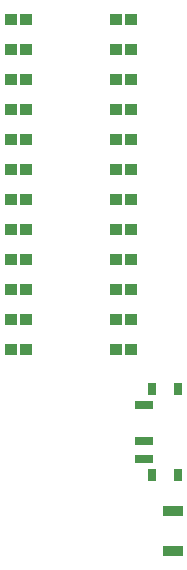
<source format=gbp>
G04 #@! TF.GenerationSoftware,KiCad,Pcbnew,5.1.10*
G04 #@! TF.CreationDate,2021-11-06T18:09:38-05:00*
G04 #@! TF.ProjectId,a_dux_dux,615f6475-785f-4647-9578-2e6b69636164,VERSION_HERE*
G04 #@! TF.SameCoordinates,Original*
G04 #@! TF.FileFunction,Paste,Bot*
G04 #@! TF.FilePolarity,Positive*
%FSLAX46Y46*%
G04 Gerber Fmt 4.6, Leading zero omitted, Abs format (unit mm)*
G04 Created by KiCad (PCBNEW 5.1.10) date 2021-11-06 18:09:38*
%MOMM*%
%LPD*%
G01*
G04 APERTURE LIST*
%ADD10R,1.700000X0.900000*%
%ADD11R,1.500000X0.700000*%
%ADD12R,0.800000X1.000000*%
%ADD13C,0.100000*%
G04 APERTURE END LIST*
D10*
G04 #@! TO.C,REF\u002A\u002A*
X269240000Y-160196000D03*
X269240000Y-156796000D03*
G04 #@! TD*
D11*
G04 #@! TO.C,REF\u002A\u002A*
X266794000Y-147864000D03*
X266794000Y-150864000D03*
X266794000Y-152364000D03*
D12*
X269654000Y-146464000D03*
X269654000Y-153764000D03*
X267444000Y-153764000D03*
X267444000Y-146464000D03*
G04 #@! TD*
D13*
G04 #@! TO.C,C1*
G36*
X255024000Y-128389000D02*
G01*
X255024000Y-127389000D01*
X256024000Y-127389000D01*
X256024000Y-128389000D01*
X255024000Y-128389000D01*
G37*
G36*
X265184000Y-128389000D02*
G01*
X265184000Y-127389000D01*
X266184000Y-127389000D01*
X266184000Y-128389000D01*
X265184000Y-128389000D01*
G37*
G36*
X256294000Y-115689000D02*
G01*
X256294000Y-114689000D01*
X257294000Y-114689000D01*
X257294000Y-115689000D01*
X256294000Y-115689000D01*
G37*
G36*
X263914000Y-141089000D02*
G01*
X263914000Y-140089000D01*
X264914000Y-140089000D01*
X264914000Y-141089000D01*
X263914000Y-141089000D01*
G37*
G36*
X255024000Y-143629000D02*
G01*
X255024000Y-142629000D01*
X256024000Y-142629000D01*
X256024000Y-143629000D01*
X255024000Y-143629000D01*
G37*
G36*
X255024000Y-130929000D02*
G01*
X255024000Y-129929000D01*
X256024000Y-129929000D01*
X256024000Y-130929000D01*
X255024000Y-130929000D01*
G37*
G36*
X256294000Y-123309000D02*
G01*
X256294000Y-122309000D01*
X257294000Y-122309000D01*
X257294000Y-123309000D01*
X256294000Y-123309000D01*
G37*
G36*
X265184000Y-123309000D02*
G01*
X265184000Y-122309000D01*
X266184000Y-122309000D01*
X266184000Y-123309000D01*
X265184000Y-123309000D01*
G37*
G36*
X265184000Y-136009000D02*
G01*
X265184000Y-135009000D01*
X266184000Y-135009000D01*
X266184000Y-136009000D01*
X265184000Y-136009000D01*
G37*
G36*
X265184000Y-143629000D02*
G01*
X265184000Y-142629000D01*
X266184000Y-142629000D01*
X266184000Y-143629000D01*
X265184000Y-143629000D01*
G37*
G36*
X263914000Y-125849000D02*
G01*
X263914000Y-124849000D01*
X264914000Y-124849000D01*
X264914000Y-125849000D01*
X263914000Y-125849000D01*
G37*
G36*
X256294000Y-141089000D02*
G01*
X256294000Y-140089000D01*
X257294000Y-140089000D01*
X257294000Y-141089000D01*
X256294000Y-141089000D01*
G37*
G36*
X265184000Y-125849000D02*
G01*
X265184000Y-124849000D01*
X266184000Y-124849000D01*
X266184000Y-125849000D01*
X265184000Y-125849000D01*
G37*
G36*
X255024000Y-123309000D02*
G01*
X255024000Y-122309000D01*
X256024000Y-122309000D01*
X256024000Y-123309000D01*
X255024000Y-123309000D01*
G37*
G36*
X255024000Y-120769000D02*
G01*
X255024000Y-119769000D01*
X256024000Y-119769000D01*
X256024000Y-120769000D01*
X255024000Y-120769000D01*
G37*
G36*
X265184000Y-118229000D02*
G01*
X265184000Y-117229000D01*
X266184000Y-117229000D01*
X266184000Y-118229000D01*
X265184000Y-118229000D01*
G37*
G36*
X256294000Y-118229000D02*
G01*
X256294000Y-117229000D01*
X257294000Y-117229000D01*
X257294000Y-118229000D01*
X256294000Y-118229000D01*
G37*
G36*
X265184000Y-120769000D02*
G01*
X265184000Y-119769000D01*
X266184000Y-119769000D01*
X266184000Y-120769000D01*
X265184000Y-120769000D01*
G37*
G36*
X265184000Y-130929000D02*
G01*
X265184000Y-129929000D01*
X266184000Y-129929000D01*
X266184000Y-130929000D01*
X265184000Y-130929000D01*
G37*
G36*
X265184000Y-138549000D02*
G01*
X265184000Y-137549000D01*
X266184000Y-137549000D01*
X266184000Y-138549000D01*
X265184000Y-138549000D01*
G37*
G36*
X256294000Y-130929000D02*
G01*
X256294000Y-129929000D01*
X257294000Y-129929000D01*
X257294000Y-130929000D01*
X256294000Y-130929000D01*
G37*
G36*
X263914000Y-123309000D02*
G01*
X263914000Y-122309000D01*
X264914000Y-122309000D01*
X264914000Y-123309000D01*
X263914000Y-123309000D01*
G37*
G36*
X255024000Y-138549000D02*
G01*
X255024000Y-137549000D01*
X256024000Y-137549000D01*
X256024000Y-138549000D01*
X255024000Y-138549000D01*
G37*
G36*
X263914000Y-143629000D02*
G01*
X263914000Y-142629000D01*
X264914000Y-142629000D01*
X264914000Y-143629000D01*
X263914000Y-143629000D01*
G37*
G36*
X263914000Y-128389000D02*
G01*
X263914000Y-127389000D01*
X264914000Y-127389000D01*
X264914000Y-128389000D01*
X263914000Y-128389000D01*
G37*
G36*
X263914000Y-133469000D02*
G01*
X263914000Y-132469000D01*
X264914000Y-132469000D01*
X264914000Y-133469000D01*
X263914000Y-133469000D01*
G37*
G36*
X265184000Y-133469000D02*
G01*
X265184000Y-132469000D01*
X266184000Y-132469000D01*
X266184000Y-133469000D01*
X265184000Y-133469000D01*
G37*
G36*
X256294000Y-138549000D02*
G01*
X256294000Y-137549000D01*
X257294000Y-137549000D01*
X257294000Y-138549000D01*
X256294000Y-138549000D01*
G37*
G36*
X265184000Y-115689000D02*
G01*
X265184000Y-114689000D01*
X266184000Y-114689000D01*
X266184000Y-115689000D01*
X265184000Y-115689000D01*
G37*
G36*
X263914000Y-136009000D02*
G01*
X263914000Y-135009000D01*
X264914000Y-135009000D01*
X264914000Y-136009000D01*
X263914000Y-136009000D01*
G37*
G36*
X263914000Y-130929000D02*
G01*
X263914000Y-129929000D01*
X264914000Y-129929000D01*
X264914000Y-130929000D01*
X263914000Y-130929000D01*
G37*
G36*
X263914000Y-115689000D02*
G01*
X263914000Y-114689000D01*
X264914000Y-114689000D01*
X264914000Y-115689000D01*
X263914000Y-115689000D01*
G37*
G36*
X256294000Y-143629000D02*
G01*
X256294000Y-142629000D01*
X257294000Y-142629000D01*
X257294000Y-143629000D01*
X256294000Y-143629000D01*
G37*
G36*
X255024000Y-125849000D02*
G01*
X255024000Y-124849000D01*
X256024000Y-124849000D01*
X256024000Y-125849000D01*
X255024000Y-125849000D01*
G37*
G36*
X263914000Y-120769000D02*
G01*
X263914000Y-119769000D01*
X264914000Y-119769000D01*
X264914000Y-120769000D01*
X263914000Y-120769000D01*
G37*
G36*
X263914000Y-138549000D02*
G01*
X263914000Y-137549000D01*
X264914000Y-137549000D01*
X264914000Y-138549000D01*
X263914000Y-138549000D01*
G37*
G36*
X256294000Y-136009000D02*
G01*
X256294000Y-135009000D01*
X257294000Y-135009000D01*
X257294000Y-136009000D01*
X256294000Y-136009000D01*
G37*
G36*
X255024000Y-118229000D02*
G01*
X255024000Y-117229000D01*
X256024000Y-117229000D01*
X256024000Y-118229000D01*
X255024000Y-118229000D01*
G37*
G36*
X255024000Y-115689000D02*
G01*
X255024000Y-114689000D01*
X256024000Y-114689000D01*
X256024000Y-115689000D01*
X255024000Y-115689000D01*
G37*
G36*
X256294000Y-128389000D02*
G01*
X256294000Y-127389000D01*
X257294000Y-127389000D01*
X257294000Y-128389000D01*
X256294000Y-128389000D01*
G37*
G36*
X263914000Y-118229000D02*
G01*
X263914000Y-117229000D01*
X264914000Y-117229000D01*
X264914000Y-118229000D01*
X263914000Y-118229000D01*
G37*
G36*
X255024000Y-141089000D02*
G01*
X255024000Y-140089000D01*
X256024000Y-140089000D01*
X256024000Y-141089000D01*
X255024000Y-141089000D01*
G37*
G36*
X256294000Y-133469000D02*
G01*
X256294000Y-132469000D01*
X257294000Y-132469000D01*
X257294000Y-133469000D01*
X256294000Y-133469000D01*
G37*
G36*
X255024000Y-136009000D02*
G01*
X255024000Y-135009000D01*
X256024000Y-135009000D01*
X256024000Y-136009000D01*
X255024000Y-136009000D01*
G37*
G36*
X255024000Y-133469000D02*
G01*
X255024000Y-132469000D01*
X256024000Y-132469000D01*
X256024000Y-133469000D01*
X255024000Y-133469000D01*
G37*
G36*
X256294000Y-120769000D02*
G01*
X256294000Y-119769000D01*
X257294000Y-119769000D01*
X257294000Y-120769000D01*
X256294000Y-120769000D01*
G37*
G36*
X256294000Y-125849000D02*
G01*
X256294000Y-124849000D01*
X257294000Y-124849000D01*
X257294000Y-125849000D01*
X256294000Y-125849000D01*
G37*
G36*
X265184000Y-141089000D02*
G01*
X265184000Y-140089000D01*
X266184000Y-140089000D01*
X266184000Y-141089000D01*
X265184000Y-141089000D01*
G37*
G04 #@! TD*
M02*

</source>
